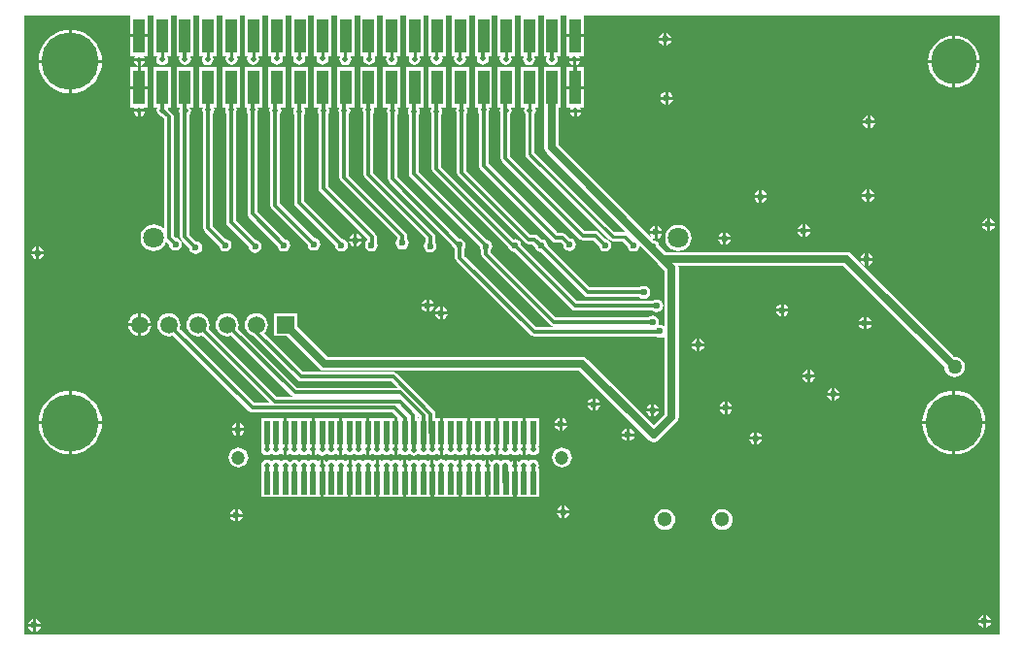
<source format=gbl>
%FSTAX24Y24*%
%MOMM*%
%SFA1B1*%

%IPPOS*%
%ADD16R,0.499999X1.999996*%
%ADD17R,0.999998X2.999994*%
%ADD18C,0.309999*%
%ADD19C,0.250000*%
%ADD20C,0.699999*%
%ADD21C,0.499999*%
%ADD22C,0.299999*%
%ADD23C,1.799996*%
%ADD24C,1.299997*%
%ADD25R,1.499997X1.499997*%
%ADD26C,1.499997*%
%ADD27C,0.799998*%
%ADD28C,1.199998*%
%ADD29C,4.999990*%
%ADD30C,3.999992*%
%ADD31C,0.599999*%
%ADD32C,0.509999*%
%ADD33C,1.269997*%
%LNio-testing-mezzanine-1*%
%LPD*%
G36*
X949999Y099999D02*
X099999D01*
Y639999*
X192499*
Y623799*
X207499*
Y639999*
X212499*
Y604999*
X216099*
X215399Y603899*
X214999Y601899*
X215399Y599899*
X216499Y598199*
X218199Y597099*
X220199Y596699*
X222199Y597099*
X223899Y598199*
X224999Y599899*
X225399Y601899*
X224999Y603899*
X224299Y604999*
X227499*
Y639999*
X232499*
Y604999*
X235599*
X235199Y604399*
X234799Y602399*
X235199Y600399*
X236299Y598699*
X237999Y597599*
X239999Y597199*
X241999Y597599*
X243699Y598699*
X244799Y600399*
X245199Y602399*
X244799Y604399*
X244399Y604999*
X247499*
Y639999*
X252499*
Y604999*
X255399*
X254899Y604199*
X254499Y602199*
X254899Y600199*
X255999Y598499*
X257699Y597399*
X259699Y596999*
X261699Y597399*
X263399Y598499*
X264499Y600199*
X264899Y602199*
X264499Y604199*
X263999Y604999*
X267499*
Y639999*
X272499*
Y604999*
X276199*
X275799Y604399*
X275399Y602399*
X275799Y600399*
X276899Y598699*
X278599Y597599*
X280599Y597199*
X282599Y597599*
X284299Y598699*
X285399Y600399*
X285799Y602399*
X285399Y604399*
X284999Y604999*
X287499*
Y639999*
X292499*
Y604999*
X294999*
X294599Y604399*
X294199Y602399*
X294599Y600399*
X295699Y598699*
X297399Y597599*
X299399Y597199*
X301399Y597599*
X303099Y598699*
X304199Y600399*
X304599Y602399*
X304199Y604399*
X303799Y604999*
X307499*
Y639999*
X312499*
Y604999*
X315599*
X315299Y604599*
X314899Y602599*
X315299Y600599*
X316399Y598899*
X318099Y597799*
X320099Y597399*
X322099Y597799*
X323799Y598899*
X324899Y600599*
X325299Y602599*
X324899Y604599*
X324599Y604999*
X327499*
Y639999*
X332499*
Y604999*
X334999*
X334699Y604599*
X334299Y602599*
X334699Y600599*
X335799Y598899*
X337499Y597799*
X339499Y597399*
X341499Y597799*
X343199Y598899*
X344299Y600599*
X344699Y602599*
X344299Y604599*
X343999Y604999*
X347499*
Y639999*
X352499*
Y604999*
X355299*
X354999Y604599*
X354599Y602599*
X354999Y600599*
X356099Y598899*
X357799Y597799*
X359799Y597399*
X361799Y597799*
X363499Y598899*
X364599Y600599*
X364999Y602599*
X364599Y604599*
X364299Y604999*
X367499*
Y639999*
X372499*
Y604999*
X375399*
X374899Y604199*
X374499Y602199*
X374899Y600199*
X375999Y598499*
X377699Y597399*
X379699Y596999*
X381699Y597399*
X383399Y598499*
X384499Y600199*
X384899Y602199*
X384499Y604199*
X383999Y604999*
X387499*
Y639999*
X392499*
Y604999*
X395999*
X395599Y604399*
X395199Y602399*
X395599Y600399*
X396699Y598699*
X398399Y597599*
X400399Y597199*
X402399Y597599*
X404099Y598699*
X405199Y600399*
X405599Y602399*
X405199Y604399*
X404799Y604999*
X407499*
Y639999*
X412499*
Y604999*
X415899*
X415399Y604199*
X414999Y602199*
X415399Y600199*
X416499Y598499*
X418199Y597399*
X420199Y596999*
X422199Y597399*
X423899Y598499*
X424999Y600199*
X425399Y602199*
X424999Y604199*
X424499Y604999*
X427499*
Y639999*
X432499*
Y604999*
X435699*
X435299Y604399*
X434899Y602399*
X435299Y600399*
X436399Y598699*
X438099Y597599*
X440099Y597199*
X442099Y597599*
X443799Y598699*
X444899Y600399*
X445299Y602399*
X444899Y604399*
X4445Y604999*
X447499*
Y639999*
X452499*
Y604999*
X454799*
X454499Y604599*
X454099Y602599*
X454499Y600599*
X455599Y598899*
X457299Y597799*
X459299Y597399*
X461299Y597799*
X462999Y598899*
X464099Y600599*
X464499Y602599*
X464099Y604599*
X463799Y604999*
X467499*
Y639999*
X472499*
Y604999*
X475199*
X474799Y604399*
X474399Y602399*
X474799Y600399*
X475899Y598699*
X477599Y597599*
X479599Y597199*
X481599Y597599*
X483299Y598699*
X484399Y600399*
X484799Y602399*
X484399Y604399*
X483999Y604999*
X487499*
Y639999*
X492499*
Y604999*
X494999*
X494699Y604599*
X494299Y602599*
X494699Y600599*
X495799Y598899*
X497499Y597799*
X499499Y597399*
X501499Y597799*
X503199Y598899*
X504299Y600599*
X504699Y602599*
X504299Y604599*
X503999Y604999*
X507499*
Y639999*
X512499*
Y604999*
X515099*
X514699Y604399*
X514299Y602399*
X514699Y600399*
X515799Y598699*
X517499Y597599*
X519499Y597199*
X521499Y597599*
X523199Y598699*
X524299Y600399*
X524699Y602399*
X524299Y604399*
X523899Y604999*
X527499*
Y639999*
X532499*
Y604999*
X535499*
X534999Y604199*
X534599Y602199*
X534999Y600199*
X536099Y598499*
X537799Y597399*
X539799Y596999*
X541799Y597399*
X543499Y598499*
X544599Y600199*
X544999Y602199*
X544599Y604199*
X544099Y604999*
X547499*
Y639999*
X552499*
Y604999*
X555299*
X554799Y604199*
X554399Y602199*
X554799Y600199*
X555899Y598499*
X557599Y597399*
X559599Y596999*
X561599Y597399*
X563299Y598499*
X564399Y600199*
X564799Y602199*
X564399Y604199*
X563899Y604999*
X567499*
Y639999*
X572499*
Y623799*
X587499*
Y639999*
X949999*
Y099999*
G37*
%LNio-testing-mezzanine-2*%
%LPC*%
G36*
X659699Y625099D02*
Y620999D01*
X663799*
X663599Y621899*
X662399Y623699*
X660599Y624899*
X659699Y625099*
G37*
G36*
X657099D02*
X656199Y624899D01*
X654399Y623699*
X653199Y621899*
X652999Y620999*
X657099*
Y625099*
G37*
G36*
X663799Y618399D02*
X659699D01*
Y614299*
X660599Y614499*
X662399Y615699*
X663599Y617499*
X663799Y618399*
G37*
G36*
X657099D02*
X652999D01*
X653199Y617499*
X654399Y615699*
X656199Y614499*
X657099Y614299*
Y618399*
G37*
G36*
X587499Y621199D02*
X572499D01*
Y604999*
X575199*
X574499Y603999*
X574399Y603299*
X5842*
X584099Y603999*
X583399Y604999*
X587499*
Y621199*
G37*
G36*
X207499D02*
X192499D01*
Y604999*
X196299*
X195299Y603499*
X195199Y602799*
X204999*
X204899Y603499*
X203899Y604999*
X207499*
Y621199*
G37*
G36*
X911299Y622499D02*
Y601299D01*
X932499*
X932199Y604399*
X930899Y608699*
X928799Y612599*
X925999Y615999*
X922599Y618799*
X918699Y620899*
X9144Y622199*
X911299Y622499*
G37*
G36*
X908699D02*
X905599Y622199D01*
X901299Y620899*
X897399Y618799*
X893999Y615999*
X891199Y612599*
X889099Y608699*
X887799Y604399*
X887499Y601299*
X908699*
Y622499*
G37*
G36*
X141299Y627499D02*
Y601299D01*
X167499*
X167299Y604299*
X166299Y608499*
X164599Y612499*
X162299Y616199*
X159499Y619499*
X156199Y6223*
X152499Y624599*
X148499Y626299*
X144299Y627299*
X141299Y627499*
G37*
G36*
X138699D02*
X135699Y627299D01*
X131499Y626299*
X127499Y624599*
X123799Y6223*
X120499Y619499*
X117699Y616199*
X115399Y612499*
X113699Y608499*
X112699Y604299*
X112499Y601299*
X138699*
Y627499*
G37*
G36*
X5842Y600699D02*
X580599D01*
Y597099*
X581299Y597199*
X582999Y598299*
X584099Y599999*
X5842Y600699*
G37*
G36*
X577999D02*
X574399D01*
X574499Y599999*
X575599Y598299*
X577299Y597199*
X577999Y597099*
Y600699*
G37*
G36*
X204999Y600199D02*
X201399D01*
Y596599*
X202099Y596699*
X203799Y597799*
X204899Y599499*
X204999Y600199*
G37*
G36*
X198799D02*
X195199D01*
X195299Y599499*
X196399Y597799*
X198099Y596699*
X198799Y596599*
Y600199*
G37*
G36*
X587499Y594999D02*
X581299D01*
Y578799*
X587499*
Y594999*
G37*
G36*
X578699D02*
X572499D01*
Y578799*
X578699*
Y594999*
G37*
G36*
X207499D02*
X201299D01*
Y578799*
X207499*
Y594999*
G37*
G36*
X198699D02*
X192499D01*
Y578799*
X198699*
Y594999*
G37*
G36*
X932499Y598699D02*
X911299D01*
Y577499*
X9144Y577799*
X918699Y579099*
X922599Y581199*
X925999Y583999*
X928799Y587399*
X930899Y591299*
X932199Y595599*
X932499Y598699*
G37*
G36*
X908699D02*
X887499D01*
X887799Y595599*
X889099Y591299*
X891199Y587399*
X893999Y583999*
X897399Y581199*
X901299Y579099*
X905599Y577799*
X908699Y577499*
Y598699*
G37*
G36*
X167499D02*
X141299D01*
Y572499*
X144299Y572699*
X148499Y573699*
X152499Y575399*
X156199Y577699*
X159499Y580499*
X162299Y583799*
X164599Y587499*
X166299Y591499*
X167299Y595699*
X167499Y598699*
G37*
G36*
X138699D02*
X112499D01*
X112699Y595699*
X113699Y591499*
X115399Y587499*
X117699Y583799*
X120499Y580499*
X123799Y577699*
X127499Y575399*
X131499Y573699*
X135699Y572699*
X138699Y572499*
Y598699*
G37*
G36*
X660999Y573499D02*
Y569399D01*
X665099*
X664899Y570299*
X663699Y572099*
X661899Y573299*
X660999Y573499*
G37*
G36*
X658399D02*
X657499Y573299D01*
X655699Y572099*
X654499Y570299*
X654299Y569399*
X658399*
Y573499*
G37*
G36*
X665099Y566799D02*
X660999D01*
Y562699*
X661899Y562899*
X663699Y564099*
X664899Y565899*
X665099Y566799*
G37*
G36*
X658399D02*
X654299D01*
X654499Y565899*
X655699Y564099*
X657499Y562899*
X658399Y562699*
Y566799*
G37*
G36*
X207499Y576199D02*
X192499D01*
Y559999*
X195799*
X195299Y559299*
X195199Y558599*
X204999*
X204899Y559299*
X204399Y559999*
X207499*
Y576199*
G37*
G36*
X587499D02*
X572499D01*
Y559999*
X576099*
X575499Y559099*
X575399Y558399*
X585199*
X585099Y559099*
X584499Y559999*
X587499*
Y576199*
G37*
G36*
X204999Y555999D02*
X201399D01*
Y552399*
X202099Y552499*
X203799Y553599*
X204899Y555299*
X204999Y555999*
G37*
G36*
X198799D02*
X195199D01*
X195299Y555299*
X196399Y553599*
X198099Y552499*
X198799Y552399*
Y555999*
G37*
G36*
X585199Y555799D02*
X581599D01*
Y552199*
X582299Y552299*
X583999Y553399*
X585099Y555099*
X585199Y555799*
G37*
G36*
X578999D02*
X575399D01*
X575499Y555099*
X576599Y553399*
X578299Y552299*
X578999Y552199*
Y555799*
G37*
G36*
X837199Y552999D02*
Y548899D01*
X841299*
X841099Y549799*
X839899Y551599*
X838099Y552799*
X837199Y552999*
G37*
G36*
X834599D02*
X833699Y552799D01*
X831899Y551599*
X830699Y549799*
X830499Y548899*
X834599*
Y552999*
G37*
G36*
X841299Y546299D02*
X837199D01*
Y542199*
X838099Y542399*
X839899Y543599*
X841099Y545399*
X841299Y546299*
G37*
G36*
X834599D02*
X830499D01*
X830699Y545399*
X831899Y543599*
X833699Y542399*
X834599Y542199*
Y546299*
G37*
G36*
X836599Y488499D02*
Y484399D01*
X840699*
X840499Y485299*
X839299Y487099*
X837499Y488299*
X836599Y488499*
G37*
G36*
X833999D02*
X833099Y488299D01*
X831299Y487099*
X830099Y485299*
X829899Y484399*
X833999*
Y488499*
G37*
G36*
X742899Y487599D02*
Y483499D01*
X746999*
X746799Y484399*
X745599Y486199*
X743799Y487399*
X742899Y487599*
G37*
G36*
X740299D02*
X739399Y487399D01*
X737599Y486199*
X736399Y484399*
X736199Y483499*
X740299*
Y487599*
G37*
G36*
X840699Y481799D02*
X836599D01*
Y477699*
X837499Y477899*
X839299Y479099*
X840499Y480899*
X840699Y481799*
G37*
G36*
X833999D02*
X829899D01*
X830099Y480899*
X831299Y479099*
X833099Y477899*
X833999Y477699*
Y481799*
G37*
G36*
X746999Y480899D02*
X742899D01*
Y476799*
X743799Y476999*
X745599Y478199*
X746799Y479999*
X746999Y480899*
G37*
G36*
X740299D02*
X736199D01*
X736399Y479999*
X737599Y478199*
X739399Y476999*
X740299Y476799*
Y480899*
G37*
G36*
X941499Y463299D02*
Y459199D01*
X945599*
X945399Y460099*
X944199Y461899*
X942399Y463099*
X941499Y463299*
G37*
G36*
X938899D02*
X937999Y463099D01*
X936199Y461899*
X934999Y460099*
X934799Y459199*
X938899*
Y463299*
G37*
G36*
X780599Y457999D02*
Y453899D01*
X784699*
X784499Y454799*
X783299Y456599*
X781499Y457799*
X780599Y457999*
G37*
G36*
X777999D02*
X777099Y457799D01*
X775299Y456599*
X774099Y454799*
X773899Y453899*
X777999*
Y457999*
G37*
G36*
X227499Y594999D02*
X212499D01*
Y559999*
X2159*
X215599Y559499*
X215199Y557499*
X215599Y555499*
X216699Y553799*
X218399Y552699*
X219499Y552499*
X221599Y550399*
Y453599*
X220899Y454499*
X218499Y456399*
X215699Y457499*
X212699Y457899*
X209699Y457499*
X206899Y456399*
X204499Y454499*
X202599Y452099*
X201499Y449299*
X201099Y446299*
X201499Y443299*
X202599Y440499*
X204499Y438099*
X206899Y436199*
X209699Y435099*
X212699Y434699*
X215699Y435099*
X218499Y436199*
X220899Y438099*
X222799Y440499*
X223699Y442799*
X225999Y440499*
X226399Y438599*
X227599Y436799*
X229399Y435599*
X231599Y435199*
X233799Y435599*
X235599Y436799*
X236799Y438599*
X237199Y440799*
X236799Y442999*
X235599Y444799*
X233799Y445999*
X231899Y446399*
X229999Y448299*
Y552099*
X229599Y553699*
X228699Y555099*
X225399Y558399*
X225199Y559499*
X224899Y559999*
X227499*
Y594999*
G37*
G36*
X945599Y456599D02*
X941499D01*
Y452499*
X942399Y452699*
X944199Y453899*
X945399Y455699*
X945599Y456599*
G37*
G36*
X938899D02*
X934799D01*
X934999Y455699*
X936199Y453899*
X937999Y452699*
X938899Y452499*
Y456599*
G37*
G36*
X651599Y456499D02*
Y452399D01*
X655699*
X655499Y453299*
X654299Y455099*
X652499Y456299*
X651599Y456499*
G37*
G36*
X648999D02*
X648099Y456299D01*
X646299Y455099*
X645099Y453299*
X644899Y452399*
X648999*
Y456499*
G37*
G36*
X567499Y594999D02*
X552499D01*
Y559999*
X553299*
Y524799*
X553799Y522399*
X555099Y520399*
X624899Y450699*
X623399Y450999*
X614199*
X544399Y520799*
Y553799*
X545399Y555299*
X545799Y557299*
X545399Y559299*
X544899Y559999*
X547499*
Y594999*
X532499*
Y559999*
X536299*
X535799Y559299*
X535399Y557299*
X535799Y555299*
X536599Y554099*
Y519199*
X536899Y517699*
X537799Y516499*
X609899Y444399*
X611099Y443499*
X612599Y443199*
X621799*
X625099Y439899*
Y439799*
X625499Y437599*
X626699Y435799*
X628499Y434599*
X630699Y434199*
X632899Y434599*
X634699Y435799*
X635899Y437599*
X636299Y439299*
X652099Y423399*
X657899Y417699*
Y368699*
X656099Y369899*
X653899Y370299*
X651999Y369999*
X652499Y370699*
X652899Y372899*
X652499Y375099*
X651299Y376899*
X649499Y378099*
X647299Y378499*
X645099Y378099*
X643599Y377099*
X563199*
X506399Y433899*
Y435099*
X507399Y436599*
X507799Y438799*
X507399Y440999*
X506199Y442799*
X504399Y443999*
X502999Y444299*
X443399Y503899*
Y553699*
X444099Y554799*
X4445Y556799*
X444099Y5588*
X443399Y559899*
Y559999*
X447499*
Y594999*
X432499*
Y559999*
X434999*
Y559599*
X434499Y5588*
X434099Y556799*
X434499Y554799*
X434999Y553999*
Y502199*
X435299Y500899*
Y500599*
X436299Y499299*
X496599Y438899*
Y438799*
X496999Y436599*
X497999Y435099*
Y432199*
X498299Y430899*
Y430599*
X499299Y429299*
X558599Y369999*
X559899Y368999*
X560199*
X561499Y368699*
X643599*
X643799Y368599*
X545699*
X483699Y430599*
Y437199*
X484199Y437999*
X484599Y440199*
X484199Y442399*
X482999Y444199*
X481199Y445399*
X478999Y445799*
X478699*
X425199Y499299*
Y553799*
X425899Y554899*
X426299Y556899*
X425899Y558899*
X425199Y559999*
X427499*
Y594999*
X412499*
Y559999*
X416799*
Y559699*
X416299Y558899*
X415899Y556899*
X416299Y554899*
X416799Y554099*
Y497599*
X417099Y496299*
Y495999*
X418099Y494699*
X473599Y439099*
X473799Y437999*
X474999Y436199*
X475299Y435999*
Y428899*
X475599Y427599*
Y427299*
X476599Y425999*
X541099Y361499*
X541999Y360799*
X542399Y360499*
X543999Y360199*
X650599*
X651699Y359499*
X653899Y359099*
X656099Y359499*
X657899Y360699*
Y292399*
X648299Y282799*
X590499Y340699*
X588499Y341999*
X586099Y342499*
X364299*
X337599Y369099*
Y380399*
X317599*
Y360399*
X328899*
X357299Y331899*
X359299Y330599*
X361699Y330099*
X583499*
X643899Y269699*
X645899Y268399*
X648299Y267899*
X650699Y268399*
X652699Y269699*
X668399Y285499*
X669699Y287499*
X670199Y289799*
Y420299*
X669899Y421599*
X813899*
X901799Y333799*
X9017Y333599*
X901999Y331299*
X902899Y329099*
X904399Y327299*
X906199Y325799*
X908399Y324899*
X910699Y324599*
X912999Y324899*
X915199Y325799*
X916999Y327299*
X918499Y329099*
X919399Y331299*
X919699Y333599*
X919399Y335899*
X918499Y338099*
X916999Y339899*
X915199Y341399*
X912999Y342299*
X910699Y342599*
X910499Y342499*
X820899Y432199*
X818899Y433499*
X816499Y433999*
X659099*
X652999Y439999*
X652799Y440999*
X651599Y442799*
X649799Y443999*
X648799Y444199*
X565699Y527399*
Y559999*
X567499*
Y594999*
G37*
G36*
X784699Y451299D02*
X780599D01*
Y447199*
X781499Y447399*
X783299Y448599*
X784499Y450399*
X784699Y451299*
G37*
G36*
X777999D02*
X773899D01*
X774099Y450399*
X775299Y448599*
X777099Y447399*
X777999Y447199*
Y451299*
G37*
G36*
X711399Y451099D02*
Y446999D01*
X715499*
X715299Y447899*
X714099Y449699*
X712299Y450899*
X711399Y451099*
G37*
G36*
X708799D02*
X707899Y450899D01*
X706099Y449699*
X704899Y447899*
X704699Y446999*
X708799*
Y451099*
G37*
G36*
X655699Y449799D02*
X651599D01*
Y445699*
X652499Y445899*
X654299Y447099*
X655499Y448899*
X655699Y449799*
G37*
G36*
X648999D02*
X644899D01*
X645099Y448899*
X646299Y447099*
X648099Y445899*
X648999Y445699*
Y449799*
G37*
G36*
X389799Y449599D02*
Y445499D01*
X393899*
X3937Y446399*
X392499Y448199*
X390699Y449399*
X389799Y449599*
G37*
G36*
X387199D02*
X386299Y449399D01*
X384499Y448199*
X383299Y446399*
X383099Y445499*
X387199*
Y449599*
G37*
G36*
X715499Y444399D02*
X711399D01*
Y440299*
X712299Y440499*
X714099Y441699*
X715299Y443499*
X715499Y444399*
G37*
G36*
X708799D02*
X704699D01*
X704899Y443499*
X706099Y441699*
X707899Y440499*
X708799Y440299*
Y444399*
G37*
G36*
X393899Y442899D02*
X389799D01*
Y438799*
X390699Y438999*
X392499Y440199*
X3937Y441999*
X393899Y442899*
G37*
G36*
X387199D02*
X383099D01*
X383299Y441999*
X384499Y440199*
X386299Y438999*
X387199Y438799*
Y442899*
G37*
G36*
X387499Y594999D02*
X372499D01*
Y559999*
X374499*
X373999Y559299*
X373599Y557299*
X373999Y555299*
X374499Y554499*
Y498799*
X374799Y497499*
Y497199*
X375799Y495899*
X424999Y446599*
Y445399*
X423999Y443899*
X423599Y441699*
X423999Y439499*
X425199Y437699*
X426999Y436499*
X429199Y436099*
X431399Y436499*
X433199Y437699*
X434399Y439499*
X434799Y441699*
X434399Y443899*
X433399Y445399*
Y448299*
X433099Y449899*
X432099Y451199*
X382899Y500499*
Y554199*
X383599Y555299*
X383999Y557299*
X383599Y559299*
X383099Y559999*
X387499*
Y594999*
G37*
G36*
X327499D02*
X312499D01*
Y559999*
X314199*
X313899Y559499*
X313499Y557499*
X313899Y555499*
X314399Y554699*
Y474299*
X314699Y472999*
Y472699*
X315699Y471399*
X346799Y440199*
X347199Y438299*
X348399Y436499*
X350199Y435299*
X352399Y434899*
X354599Y435299*
X356399Y436499*
X357599Y438299*
X357999Y440499*
X357599Y442699*
X356399Y4445*
X354599Y445699*
X352699Y446099*
X322799Y475999*
Y554399*
X323499Y555499*
X323899Y557499*
X323499Y559499*
X323199Y559999*
X327499*
Y594999*
G37*
G36*
X507499D02*
X492499D01*
Y559999*
X495399*
X4953Y559899*
X494899Y557899*
X4953Y555899*
X495799Y555099*
Y509399*
X496099Y508099*
Y507799*
X497099Y506499*
X560299Y443299*
X561599Y442299*
X561899*
X563199Y441999*
X567399*
X569399Y439999*
X569799Y438099*
X570999Y436299*
X572799Y435099*
X574999Y434699*
X577199Y435099*
X578999Y436299*
X580199Y438099*
X580599Y440299*
X580199Y442499*
X578999Y444299*
X577199Y445499*
X575299Y445899*
X571999Y449099*
X570699Y450099*
X570399*
X569099Y450399*
X564899*
X504199Y511099*
Y554799*
X504899Y555899*
X505299Y557899*
X504899Y559899*
X504799Y559999*
X507499*
Y594999*
G37*
G36*
X669899Y457699D02*
X666899Y457299D01*
X664099Y456199*
X661699Y454299*
X659799Y451899*
X658699Y449099*
X658299Y446099*
X658699Y443099*
X659799Y440299*
X661699Y437899*
X664099Y435999*
X666899Y434899*
X669899Y434499*
X672899Y434899*
X675699Y435999*
X678099Y437899*
X679999Y440299*
X681099Y443099*
X681499Y446099*
X681099Y449099*
X679999Y451899*
X678099Y454299*
X675699Y456199*
X672899Y457299*
X669899Y457699*
G37*
G36*
X112799Y438499D02*
Y434399D01*
X116899*
X116699Y435299*
X115499Y437099*
X113699Y438299*
X112799Y438499*
G37*
G36*
X110199D02*
X109299Y438299D01*
X107499Y437099*
X106299Y435299*
X106099Y434399*
X110199*
Y438499*
G37*
G36*
X527499Y594999D02*
X512499D01*
Y559999*
X515199*
X514699Y559299*
X514299Y557299*
X514699Y555299*
X515199Y554499*
Y515599*
X515499Y514299*
Y513999*
X516499Y512699*
X583699Y445499*
X584599Y444799*
X584999Y4445*
X586599Y444199*
X595699*
X600399Y439499*
X600799Y437599*
X601999Y435799*
X603799Y434599*
X605999Y434199*
X608199Y434599*
X609999Y435799*
X611199Y437599*
X611599Y439799*
X611199Y441999*
X609999Y443799*
X608199Y444999*
X606299Y445399*
X600299Y451299*
X598999Y452299*
X598699*
X597399Y452599*
X588299*
X523599Y517299*
Y554199*
X524299Y555299*
X524699Y557299*
X524299Y559299*
X523799Y559999*
X527499*
Y594999*
G37*
G36*
X367499D02*
X352499D01*
Y559999*
X356299*
X355799Y559299*
X355399Y557299*
X355799Y555299*
X356299Y554499*
Y489499*
X356599Y488199*
Y487899*
X357599Y486599*
X398599Y445499*
Y443999*
X398299Y443799*
X397099Y441999*
X396699Y439799*
X397099Y437599*
X398299Y435799*
X400099Y434599*
X402299Y434199*
X404499Y434599*
X406299Y435799*
X407499Y437599*
X407899Y439799*
X407499Y441999*
X406999Y442799*
Y447199*
X406699Y448799*
X405699Y450099*
X364699Y491199*
Y554199*
X365399Y555299*
X365799Y557299*
X365399Y559299*
X364899Y559999*
X367499*
Y594999*
G37*
G36*
X347499D02*
X332499D01*
Y559999*
X335299*
Y559399*
X334799Y558599*
X334399Y556599*
X334799Y554599*
X335299Y553799*
Y476699*
X335599Y475399*
Y475099*
X336599Y473799*
X370699Y439599*
X371099Y437599*
X372299Y435799*
X374099Y434599*
X376299Y434199*
X378499Y434599*
X380299Y435799*
X381499Y437599*
X381899Y439799*
X381499Y441999*
X380299Y443799*
X378499Y444999*
X376699Y445399*
X343699Y478399*
Y553499*
X344399Y554599*
X344799Y556599*
X344399Y558599*
X343699Y559699*
Y559999*
X347499*
Y594999*
G37*
G36*
X307499D02*
X292499D01*
Y559999*
X293899*
X293799Y559899*
X293399Y557899*
X293799Y555899*
X294299Y555099*
Y467299*
X294599Y465999*
Y465699*
X295599Y464399*
X320399Y439499*
X320799Y437599*
X321999Y435799*
X323799Y434599*
X325999Y434199*
X328199Y434599*
X329999Y435799*
X331199Y437599*
X331599Y439799*
X331199Y441999*
X329999Y443799*
X328199Y444999*
X326299Y445399*
X302699Y468999*
Y554799*
X303399Y555899*
X303799Y557899*
X303399Y559899*
X303299Y559999*
X307499*
Y594999*
G37*
G36*
X267499D02*
X252499D01*
Y559999*
X255699*
X255499Y559699*
X255099Y557699*
X255499Y555699*
X255999Y554899*
Y454599*
X256299Y453299*
Y452999*
X257299Y451699*
X269399Y439499*
X269799Y437599*
X270999Y435799*
X272799Y434599*
X274999Y434199*
X277199Y434599*
X278999Y435799*
X280199Y437599*
X280599Y439799*
X280199Y441999*
X278999Y443799*
X277199Y444999*
X275299Y445399*
X264399Y456299*
Y554599*
X265099Y555699*
X265499Y557699*
X265099Y559699*
X264899Y559999*
X267499*
Y594999*
G37*
G36*
X407499D02*
X392499D01*
Y559999*
X395299*
X395099Y559699*
X394699Y557699*
X395099Y555699*
X395599Y554899*
Y501499*
X395899Y500199*
Y499899*
X396899Y498599*
X449999Y445399*
Y443299*
X449699Y443099*
X448499Y441299*
X448099Y439099*
X448499Y436899*
X449699Y435099*
X451499Y433899*
X453699Y433499*
X455899Y433899*
X457699Y435099*
X458899Y436899*
X459299Y439099*
X458899Y441299*
X458399Y442099*
Y447099*
X458099Y448699*
X457099Y449999*
X403999Y503199*
Y554599*
X404699Y555699*
X405099Y557699*
X404699Y559699*
X404499Y559999*
X407499*
Y594999*
G37*
G36*
X287499D02*
X272499D01*
Y559999*
X275299*
X275199Y559899*
X274799Y557899*
X275199Y555899*
X275699Y555099*
Y459899*
X275999Y458599*
Y458299*
X276999Y456999*
X295399Y438499*
X295799Y436599*
X296999Y434799*
X298799Y433599*
X300999Y433199*
X303199Y433599*
X304999Y434799*
X306199Y436599*
X306599Y438799*
X306199Y440999*
X304999Y442799*
X303199Y443999*
X301299Y444399*
X284099Y461599*
Y554799*
X284799Y555899*
X285199Y557899*
X284799Y559899*
X284699Y559999*
X287499*
Y594999*
G37*
G36*
X247499D02*
X232499D01*
Y559999*
X235799*
Y559699*
X235299Y558899*
X234899Y556899*
X235299Y554899*
X235799Y554099*
Y446999*
X236099Y445699*
Y445399*
X237099Y444099*
X243699Y437399*
X244099Y435499*
X245299Y433699*
X247099Y432499*
X249299Y432099*
X251499Y432499*
X253299Y433699*
X254499Y435499*
X254899Y437699*
X254499Y439899*
X253299Y441699*
X251499Y442899*
X249599Y443299*
X244199Y448699*
Y553799*
X244899Y554899*
X245299Y556899*
X244899Y558899*
X244199Y559999*
X247499*
Y594999*
G37*
G36*
X835299Y432799D02*
Y428699D01*
X839399*
X839199Y429599*
X837999Y431399*
X836199Y432599*
X835299Y432799*
G37*
G36*
X832699D02*
X831799Y432599D01*
X829999Y431399*
X828799Y429599*
X828599Y428699*
X832699*
Y432799*
G37*
G36*
X116899Y4318D02*
X112799D01*
Y427699*
X113699Y427899*
X115499Y429099*
X116699Y430899*
X116899Y4318*
G37*
G36*
X110199D02*
X106099D01*
X106299Y430899*
X107499Y429099*
X109299Y427899*
X110199Y427699*
Y4318*
G37*
G36*
X839399Y426099D02*
X835299D01*
Y421999*
X836199Y422199*
X837999Y423399*
X839199Y425199*
X839399Y426099*
G37*
G36*
X832699D02*
X828599D01*
X828799Y425199*
X829999Y423399*
X831799Y422199*
X832699Y421999*
Y426099*
G37*
G36*
X487499Y594999D02*
X472499D01*
Y559999*
X476899*
X476399Y559299*
X475999Y557299*
X476399Y555299*
X476899Y554499*
Y503299*
X477199Y501999*
Y501699*
X478199Y500399*
X536499Y442099*
X537399Y441399*
X537799Y441099*
X539399Y440799*
X543099*
X544799Y439099*
X545199Y437199*
X546399Y435399*
X548199Y434199*
X550099Y433799*
X588299Y395699*
X589599Y394699*
X589899*
X591199Y394399*
X636199*
X637699Y393399*
X639899Y392999*
X642099Y393399*
X643899Y394599*
X645099Y396399*
X645499Y398599*
X645099Y400799*
X643899Y402599*
X642099Y403799*
X639899Y404199*
X637699Y403799*
X636199Y402799*
X592899*
X555999Y439699*
X555599Y441599*
X554399Y443399*
X552599Y444599*
X550699Y444999*
X547699Y447899*
X546399Y448899*
X5461*
X544799Y449199*
X541099*
X485299Y504999*
Y554199*
X485999Y555299*
X486399Y557299*
X485999Y559299*
X485499Y559999*
X487499*
Y594999*
G37*
G36*
X452799Y392499D02*
Y388399D01*
X456899*
X456699Y389299*
X455499Y391099*
X453699Y392299*
X452799Y392499*
G37*
G36*
X450199D02*
X449299Y392299D01*
X447499Y391099*
X446299Y389299*
X446099Y388399*
X450199*
Y392499*
G37*
G36*
X761699Y388499D02*
Y384399D01*
X765799*
X765599Y385299*
X764399Y387099*
X762599Y388299*
X761699Y388499*
G37*
G36*
X759099D02*
X758199Y388299D01*
X756399Y387099*
X755199Y385299*
X754999Y384399*
X759099*
Y388499*
G37*
G36*
X464599Y386099D02*
Y381999D01*
X468699*
X468499Y382899*
X467299Y384699*
X465499Y385899*
X464599Y386099*
G37*
G36*
X461999D02*
X461099Y385899D01*
X459299Y384699*
X458099Y382899*
X457899Y381999*
X461999*
Y386099*
G37*
G36*
X456899Y385799D02*
X452799D01*
Y381699*
X453699Y381899*
X455499Y383099*
X456699Y384899*
X456899Y385799*
G37*
G36*
X450199D02*
X446099D01*
X446299Y384899*
X447499Y383099*
X449299Y381899*
X450199Y381699*
Y385799*
G37*
G36*
X467499Y594999D02*
X452499D01*
Y559999*
X454799*
Y559599*
X454299Y5588*
X453899Y556799*
X454299Y554799*
X454799Y553999*
Y506399*
X455099Y505099*
Y504799*
X456099Y503499*
X522099Y437399*
X523299Y435599*
X525099Y434399*
X526999Y433999*
X577099Y383999*
X578399Y382999*
X578699*
X579999Y382699*
X647299*
X648799Y381699*
X650999Y381299*
X653199Y381699*
X654999Y382899*
X656199Y384699*
X656599Y386899*
X656199Y389099*
X654999Y390899*
X653199Y392099*
X650999Y392499*
X648799Y392099*
X647299Y391099*
X581699*
X532899Y439899*
X532499Y441799*
X531299Y443599*
X529499Y444799*
X527299Y445199*
X526299Y444999*
X463199Y508099*
Y553699*
X463899Y554799*
X464299Y556799*
X463899Y5588*
X463299Y559699*
Y559999*
X467499*
Y594999*
G37*
G36*
X765799Y381799D02*
X761699D01*
Y377699*
X762599Y377899*
X764399Y379099*
X765599Y380899*
X765799Y381799*
G37*
G36*
X759099D02*
X754999D01*
X755199Y380899*
X756399Y379099*
X758199Y377899*
X759099Y377699*
Y381799*
G37*
G36*
X468699Y379399D02*
X464599D01*
Y375299*
X465499Y375499*
X467299Y376699*
X468499Y378499*
X468699Y379399*
G37*
G36*
X461999D02*
X457899D01*
X458099Y378499*
X459299Y376699*
X461099Y375499*
X461999Y375299*
Y379399*
G37*
G36*
X833999Y377199D02*
Y373099D01*
X838099*
X837899Y373999*
X836699Y375799*
X834899Y376999*
X833999Y377199*
G37*
G36*
X831399D02*
X830499Y376999D01*
X828699Y375799*
X827499Y373999*
X827299Y373099*
X831399*
Y377199*
G37*
G36*
X201899Y380399D02*
Y371699D01*
X210599*
X210399Y372999*
X209399Y375499*
X207799Y377599*
X205699Y379199*
X2032Y380199*
X201899Y380399*
G37*
G36*
X199299D02*
X197999Y380199D01*
X195499Y379199*
X193399Y377599*
X191799Y375499*
X190799Y372999*
X190599Y371699*
X199299*
Y380399*
G37*
G36*
X838099Y370499D02*
X833999D01*
Y366399*
X834899Y366599*
X836699Y367799*
X837899Y369599*
X838099Y370499*
G37*
G36*
X831399D02*
X827299D01*
X827499Y369599*
X828699Y367799*
X830499Y366599*
X831399Y366399*
Y370499*
G37*
G36*
X210599Y369099D02*
X201899D01*
Y360399*
X2032Y360599*
X205699Y361599*
X207799Y363199*
X209399Y365299*
X210399Y367799*
X210599Y369099*
G37*
G36*
X199299D02*
X190599D01*
X190799Y367799*
X191799Y365299*
X193399Y363199*
X195499Y361599*
X197999Y360599*
X199299Y360399*
Y369099*
G37*
G36*
X688399Y358399D02*
Y354299D01*
X692499*
X692299Y355199*
X691099Y356999*
X689299Y358199*
X688399Y358399*
G37*
G36*
X6858D02*
X684899Y358199D01*
X683099Y356999*
X681899Y355199*
X681699Y354299*
X6858*
Y358399*
G37*
G36*
X692499Y351699D02*
X688399D01*
Y347599*
X689299Y347799*
X691099Y348999*
X692299Y350799*
X692499Y351699*
G37*
G36*
X6858D02*
X681699D01*
X681899Y350799*
X683099Y348999*
X684899Y347799*
X6858Y347599*
Y351699*
G37*
G36*
X784699Y330999D02*
Y326899D01*
X788799*
X788599Y327799*
X7874Y329599*
X785599Y330799*
X784699Y330999*
G37*
G36*
X782099D02*
X781199Y330799D01*
X779399Y329599*
X778199Y327799*
X777999Y326899*
X782099*
Y330999*
G37*
G36*
X788799Y324299D02*
X784699D01*
Y320199*
X785599Y320399*
X7874Y321599*
X788599Y323399*
X788799Y324299*
G37*
G36*
X782099D02*
X777999D01*
X778199Y323399*
X779399Y321599*
X781199Y320399*
X782099Y320199*
Y324299*
G37*
G36*
X302199Y380499D02*
X299599Y380199D01*
X297099Y379199*
X294999Y377599*
X293399Y375499*
X292399Y372999*
X2921Y370399*
X292399Y367799*
X293399Y365299*
X294999Y363199*
X297099Y361599*
X299399Y360699*
X337899Y322199*
X339199Y321299*
X340799Y320999*
X419799*
X425299Y315499*
X337499*
X286199Y366799*
X286599Y367799*
X286899Y370399*
X286599Y372999*
X285599Y375499*
X283999Y377599*
X281899Y379199*
X2794Y380199*
X276799Y380499*
X274199Y380199*
X271699Y379199*
X269599Y377599*
X267999Y375499*
X266999Y372999*
X2667Y370399*
X266999Y367799*
X267999Y365299*
X269599Y363199*
X271699Y361599*
X274199Y360599*
X276799Y360299*
X2794Y360599*
X280399Y360999*
X332899Y308499*
X334199Y307599*
X334399*
X320099*
X260799Y366799*
X261199Y367799*
X261499Y370399*
X261199Y372999*
X260199Y375499*
X258599Y377599*
X256499Y379199*
X254Y380199*
X251399Y380499*
X248799Y380199*
X246299Y379199*
X244199Y377599*
X242599Y375499*
X241599Y372999*
X2413Y370399*
X241599Y367799*
X242599Y365299*
X244199Y363199*
X246299Y361599*
X248799Y360599*
X251399Y360299*
X254Y360599*
X254999Y360999*
X313999Y301999*
X300199*
X235399Y366799*
X235799Y367799*
X236099Y370399*
X235799Y372999*
X234799Y375499*
X233199Y377599*
X231099Y379199*
X2286Y380199*
X225999Y380499*
X223399Y380199*
X220899Y379199*
X218799Y377599*
X217199Y375499*
X216199Y372999*
X2159Y370399*
X216199Y367799*
X217199Y365299*
X218799Y363199*
X220899Y361599*
X223399Y360599*
X225999Y360299*
X2286Y360599*
X229599Y360999*
X295599Y294999*
X296899Y294099*
X298499Y293799*
X420999*
X425699Y288999*
X424799*
Y276499*
X422199*
Y288999*
X400799*
Y276499*
X398199*
Y288999*
X376799*
Y276499*
X374199*
Y288999*
X352799*
Y276499*
X350199*
Y288999*
X328799*
Y276499*
X326199*
Y288999*
X306499*
Y263999*
X306899*
X306599Y263499*
X306199Y261499*
X306599Y259499*
X307699Y257799*
X309399Y256699*
X311399Y256299*
X313399Y256699*
X315099Y257799*
X315399Y258299*
X315599Y257899*
X317299Y256799*
X319299Y256399*
X321299Y256799*
X322999Y257899*
X323499Y258699*
X323899Y257899*
X325599Y256799*
X326299Y256699*
Y261599*
X328899*
Y256699*
X329599Y256799*
X331299Y257899*
X331499Y258299*
X331799Y257799*
X333499Y256699*
X335499Y256299*
X337499Y256699*
X339199Y257799*
X339599Y258399*
X339899Y257799*
X341599Y256699*
X343599Y256299*
X345599Y256699*
X347299Y257799*
X347499Y258199*
X347799Y257699*
X349499Y256599*
X350199Y256499*
Y261399*
X352799*
Y256499*
X353499Y256599*
X355199Y257699*
X355499Y258199*
X355799Y257699*
X357499Y256599*
X359499Y256199*
X361499Y256599*
X363199Y257699*
X363599Y258399*
X363799Y257999*
X365499Y256899*
X367499Y256499*
X369499Y256899*
X371199Y257999*
X371499Y258499*
X371799Y257999*
X373499Y256899*
X374199Y256799*
Y261699*
X376799*
Y256799*
X377499Y256899*
X379199Y257999*
X379399Y258399*
X379799Y257799*
X381499Y256699*
X383499Y256299*
X385499Y256699*
X387199Y257799*
X387499Y258299*
X387799Y257799*
X389499Y256699*
X391499Y256299*
X393499Y256699*
X395199Y257799*
X395599Y258499*
X395899Y257899*
X397599Y256799*
X398299Y256699*
Y261599*
X400899*
Y256699*
X401599Y256799*
X403299Y257899*
X403499Y258299*
X403799Y257799*
X405499Y256699*
X407499Y256299*
X409499Y256699*
X411199Y257799*
X411599Y258499*
X411999Y257899*
X413699Y256799*
X415699Y256399*
X417699Y256799*
X419399Y257899*
X419499Y258199*
X419699Y257799*
X421399Y256699*
X422099Y256599*
Y261499*
X424699*
Y256599*
X425399Y256699*
X427099Y257799*
X427399Y258399*
X427799Y257799*
X429499Y256699*
X431499Y256299*
X433499Y256699*
X435199Y257799*
X435399Y258199*
X435799Y257599*
X437499Y256499*
X439499Y256099*
X441499Y256499*
X443199Y257599*
X443599Y258199*
X443799Y257799*
X445499Y256699*
X447499Y256299*
X449499Y256699*
X451199Y257799*
X451499Y258299*
X451799Y257799*
X453499Y256699*
X455499Y256299*
X457499Y256699*
X459199Y257799*
X459499Y258399*
X459799Y257899*
X461499Y256799*
X462199Y256699*
Y261599*
X464799*
Y256699*
X465499Y256799*
X467199Y257899*
X467499Y258399*
X467799Y257799*
X469499Y256699*
X471499Y256299*
X473499Y256699*
X475199Y257799*
X475599Y258399*
X475899Y257799*
X477599Y256699*
X479599Y256299*
X481599Y256699*
X483299Y257799*
X483499Y258199*
X483799Y257699*
X485499Y256599*
X486199Y256499*
Y261399*
X488799*
Y256499*
X489499Y256599*
X491199Y257699*
X491499Y258299*
X491799Y257799*
X493499Y256699*
X495499Y256299*
X497499Y256699*
X499199Y257799*
X499399Y258299*
X499699Y257799*
X501399Y256699*
X503399Y256299*
X505399Y256699*
X507099Y257799*
X507399Y258399*
X507799Y257699*
X509499Y256599*
X510199Y256499*
Y261399*
X512799*
Y256499*
X513499Y256599*
X515199Y257699*
X515499Y258199*
X515699Y257799*
X517399Y256699*
X519399Y256299*
X521399Y256699*
X523099Y257799*
X523499Y258499*
X523899Y257899*
X525599Y256799*
X527599Y256399*
X529599Y256799*
X531299Y257899*
X531499Y258299*
X531799Y257799*
X533499Y256699*
X534199Y256599*
Y261499*
X536799*
Y256599*
X537499Y256699*
X539199Y257799*
X539599Y258499*
X539899Y257899*
X541599Y256799*
X543599Y256399*
X545599Y256799*
X547299Y257899*
X548399Y259599*
X548799Y261599*
X548399Y263599*
X548099Y263999*
X548499*
Y288999*
X536799*
Y276499*
X534199*
Y288999*
X512799*
Y276499*
X510199*
Y288999*
X488799*
Y276499*
X486199*
Y288999*
X464799*
Y276499*
X462199*
Y288999*
X458199*
Y292599*
X457799Y294199*
X456999Y295499*
X424399Y327999*
X423099Y328899*
X421499Y329199*
X342499*
X308899Y362899*
X309399Y363199*
X310999Y365299*
X311999Y367799*
X312299Y370399*
X311999Y372999*
X310999Y375499*
X309399Y377599*
X307299Y379199*
X3048Y380199*
X302199Y380499*
G37*
G36*
X806199Y315199D02*
Y311099D01*
X810299*
X810099Y311999*
X808899Y313799*
X807099Y314999*
X806199Y315199*
G37*
G36*
X803599D02*
X802699Y314999D01*
X800899Y313799*
X799699Y311999*
X799499Y311099*
X803599*
Y315199*
G37*
G36*
X810299Y308499D02*
X806199D01*
Y304399*
X807099Y304599*
X808899Y305799*
X810099Y307599*
X810299Y308499*
G37*
G36*
X803599D02*
X799499D01*
X799699Y307599*
X800899Y305799*
X802699Y304599*
X803599Y304399*
Y308499*
G37*
G36*
X597499Y306399D02*
Y302299D01*
X601599*
X601399Y303199*
X600199Y304999*
X598399Y306199*
X597499Y306399*
G37*
G36*
X594899D02*
X593999Y306199D01*
X592199Y304999*
X590999Y303199*
X590799Y302299*
X594899*
Y306399*
G37*
G36*
X712599Y303199D02*
Y299099D01*
X716699*
X716499Y299999*
X715299Y301799*
X713499Y302999*
X712599Y303199*
G37*
G36*
X709999D02*
X709099Y302999D01*
X707299Y301799*
X706099Y299999*
X705899Y299099*
X709999*
Y303199*
G37*
G36*
X648799Y301299D02*
Y297199D01*
X652899*
X652699Y298099*
X651499Y299899*
X649699Y301099*
X648799Y301299*
G37*
G36*
X646199D02*
X645299Y301099D01*
X643499Y299899*
X642299Y298099*
X642099Y297199*
X646199*
Y301299*
G37*
G36*
X601599Y299699D02*
X597499D01*
Y295599*
X598399Y295799*
X600199Y296999*
X601399Y298799*
X601599Y299699*
G37*
G36*
X594899D02*
X590799D01*
X590999Y298799*
X592199Y296999*
X593999Y295799*
X594899Y295599*
Y299699*
G37*
G36*
X716699Y296499D02*
X712599D01*
Y292399*
X713499Y292599*
X715299Y293799*
X716499Y295599*
X716699Y296499*
G37*
G36*
X709999D02*
X705899D01*
X706099Y295599*
X707299Y293799*
X709099Y292599*
X709999Y292399*
Y296499*
G37*
G36*
X652899Y294599D02*
X648799D01*
Y290499*
X649699Y290699*
X651499Y291899*
X652699Y293699*
X652899Y294599*
G37*
G36*
X646199D02*
X642099D01*
X642299Y293699*
X643499Y291899*
X645299Y290699*
X646199Y290499*
Y294599*
G37*
G36*
X911299Y312499D02*
Y286299D01*
X937499*
X937299Y289299*
X936299Y293499*
X934599Y297499*
X932299Y301199*
X929499Y304499*
X926199Y307299*
X922499Y309599*
X918499Y311299*
X914299Y312299*
X911299Y312499*
G37*
G36*
X908699D02*
X905699Y312299D01*
X901499Y311299*
X897499Y309599*
X893799Y307299*
X890499Y304499*
X887699Y301199*
X885399Y297499*
X883699Y293499*
X882699Y289299*
X882499Y286299*
X908699*
Y312499*
G37*
G36*
X141299D02*
Y286299D01*
X167499*
X167299Y289299*
X166299Y293499*
X164599Y297499*
X162299Y301199*
X159499Y304499*
X156199Y307299*
X152499Y309599*
X148499Y311299*
X144299Y312299*
X141299Y312499*
G37*
G36*
X138699D02*
X135699Y312299D01*
X131499Y311299*
X127499Y309599*
X123799Y307299*
X120499Y304499*
X117699Y301199*
X115399Y297499*
X113699Y293499*
X112699Y289299*
X112499Y286299*
X138699*
Y312499*
G37*
G36*
X568799Y288999D02*
Y284899D01*
X572899*
X572699Y285799*
X5715Y287599*
X569699Y288799*
X568799Y288999*
G37*
G36*
X566199D02*
X565299Y288799D01*
X563499Y287599*
X562299Y285799*
X562099Y284899*
X566199*
Y288999*
G37*
G36*
X287499Y284399D02*
Y280299D01*
X291599*
X291399Y281199*
X290199Y282999*
X288399Y284199*
X287499Y284399*
G37*
G36*
X284899D02*
X283999Y284199D01*
X282199Y282999*
X280999Y281199*
X280799Y280299*
X284899*
Y284399*
G37*
G36*
X572899Y282299D02*
X568799D01*
Y278199*
X569699Y278399*
X5715Y279599*
X572699Y281399*
X572899Y282299*
G37*
G36*
X566199D02*
X562099D01*
X562299Y281399*
X563499Y279599*
X565299Y278399*
X566199Y278199*
Y282299*
G37*
G36*
X627299Y279799D02*
Y275699D01*
X631399*
X631199Y276599*
X629999Y278399*
X628099Y279599*
X627299Y279799*
G37*
G36*
X624699D02*
X623799Y279599D01*
X621999Y278399*
X620799Y276599*
X620599Y275699*
X624699*
Y279799*
G37*
G36*
X291599Y277699D02*
X287499D01*
Y273599*
X288399Y273799*
X290199Y274999*
X291399Y276799*
X291599Y277699*
G37*
G36*
X284899D02*
X280799D01*
X280999Y276799*
X282199Y274999*
X283999Y273799*
X284899Y273599*
Y277699*
G37*
G36*
X738599Y276699D02*
Y272599D01*
X742699*
X742499Y273399*
X741299Y275299*
X739499Y276499*
X738599Y276699*
G37*
G36*
X735999D02*
X735099Y276499D01*
X733299Y275299*
X732099Y273399*
X731899Y272599*
X735999*
Y276699*
G37*
G36*
X631399Y273099D02*
X627299D01*
Y268999*
X628099Y269199*
X629999Y270399*
X631199Y272199*
X631399Y273099*
G37*
G36*
X624699D02*
X620599D01*
X620799Y272199*
X621999Y270399*
X623799Y269199*
X624699Y268999*
Y273099*
G37*
G36*
X742699Y269999D02*
X738599D01*
Y265899*
X739499Y266099*
X741299Y267299*
X742499Y269099*
X742699Y269999*
G37*
G36*
X735999D02*
X731899D01*
X732099Y269099*
X733299Y267299*
X735099Y266099*
X735999Y265899*
Y269999*
G37*
G36*
X937499Y283699D02*
X911299D01*
Y257499*
X914299Y257699*
X918499Y258699*
X922499Y260399*
X926199Y262699*
X929499Y265499*
X932299Y268799*
X934599Y272499*
X936299Y276499*
X937299Y280699*
X937499Y283699*
G37*
G36*
X908699D02*
X882499D01*
X882699Y280699*
X883699Y276499*
X885399Y272499*
X887699Y268799*
X890499Y265499*
X893799Y262699*
X897499Y260399*
X901499Y258699*
X905699Y257699*
X908699Y257499*
Y283699*
G37*
G36*
X167499D02*
X141299D01*
Y257499*
X144299Y257699*
X148499Y258699*
X152499Y260399*
X156199Y262699*
X159499Y265499*
X162299Y268799*
X164599Y272499*
X166299Y276499*
X167299Y280699*
X167499Y283699*
G37*
G36*
X138699D02*
X112499D01*
X112699Y280699*
X113699Y276499*
X115399Y272499*
X117699Y268799*
X120499Y265499*
X123799Y262699*
X127499Y260399*
X131499Y258699*
X135699Y257699*
X138699Y257499*
Y283699*
G37*
G36*
X463499Y252899D02*
X461499Y252499D01*
X459799Y251399*
X459399Y250699*
X459099Y251299*
X457399Y252399*
X456699Y252499*
Y247599*
X454099*
Y252499*
X453399Y252399*
X451699Y251299*
X451399Y250799*
X451199Y251199*
X449499Y252299*
X447499Y252699*
X445499Y252299*
X443799Y251199*
X443599Y250799*
X443299Y251299*
X441599Y252399*
X439599Y252799*
X437599Y252399*
X435899Y251299*
X435599Y250699*
X435299Y251199*
X433599Y252299*
X432899Y252399*
Y247499*
X430299*
Y252399*
X429599Y252299*
X427899Y251199*
X427599Y250599*
X427199Y251199*
X425499Y252299*
X423499Y252699*
X421499Y252299*
X419799Y251199*
X419499Y250699*
X419199Y251299*
X417499Y252399*
X415499Y252799*
X413499Y252399*
X411799Y251299*
X411499Y250699*
X411199Y251199*
X409499Y252299*
X408799Y252399*
Y247499*
X406199*
Y252399*
X405499Y252299*
X403799Y251199*
X403499Y250599*
X403099Y251199*
X401399Y252299*
X399399Y252699*
X397399Y252299*
X395699Y251199*
X395299Y250599*
X395099Y250999*
X393399Y252099*
X391399Y252499*
X389399Y252099*
X387699Y250999*
X387599Y250799*
X387399Y251199*
X385699Y252299*
X384999Y252399*
Y247499*
X382399*
Y252399*
X381699Y252299*
X379999Y251199*
X379699Y250599*
X379299Y251199*
X377599Y252299*
X375599Y252699*
X373599Y252299*
X371899Y251199*
X371599Y250699*
X371299Y251199*
X369599Y252299*
X367599Y252699*
X365599Y252299*
X363899Y251199*
X363499Y250499*
X363199Y251099*
X361499Y252199*
X360799Y252299*
Y247399*
X358199*
Y252299*
X357499Y252199*
X355799Y251099*
X3556Y250699*
X355299Y251299*
X353599Y252399*
X351599Y252799*
X349599Y252399*
X347899Y251299*
X347599Y250799*
X347399Y251199*
X345699Y252299*
X343699Y252699*
X341699Y252299*
X339999Y251199*
X339599Y250499*
X339299Y251099*
X337599Y252199*
X335599Y252599*
X333599Y252199*
X331899Y251099*
X331499Y250499*
X331199Y251099*
X329499Y252199*
X327499Y252599*
X325499Y252199*
X323799Y251099*
X323599Y250699*
X323299Y251199*
X321599Y252299*
X319599Y252699*
X317599Y252299*
X315899Y251199*
X315599Y250599*
X315199Y251199*
X313499Y252299*
X311499Y252699*
X309499Y252299*
X307799Y251199*
X306699Y249499*
X306299Y247499*
X306699Y245499*
X306999Y244999*
X306499*
Y219999*
X358199*
Y232499*
X360799*
Y219999*
X382199*
Y232499*
X384799*
Y219999*
X406199*
Y232499*
X408799*
Y219999*
X430199*
Y232499*
X432799*
Y219999*
X454199*
Y232499*
X456799*
Y219999*
X478199*
Y232499*
X480799*
Y219999*
X502199*
Y232499*
X504799*
Y219999*
X526199*
Y232499*
X528799*
Y219999*
X548499*
Y244999*
X547799*
X548099Y245499*
X548499Y247499*
X548099Y249499*
X546999Y251199*
X545299Y252299*
X543299Y252699*
X541299Y252299*
X539599Y251199*
X539399Y250799*
X539199Y251199*
X537499Y252299*
X535499Y252699*
X533499Y252299*
X531799Y251199*
X531499Y250599*
X531199Y251099*
X529499Y252199*
X528799Y252299*
Y247399*
X526199*
Y252299*
X525499Y252199*
X523799Y251099*
X523499Y250599*
X523099Y251299*
X521399Y252399*
X519399Y252799*
X517399Y252399*
X515699Y251299*
X515399Y250799*
X515099Y251299*
X513399Y252399*
X511399Y252799*
X509399Y252399*
X507699Y251299*
X507299Y250599*
X507099Y250999*
X505399Y252099*
X504699Y252199*
Y247299*
X502099*
Y252199*
X501399Y252099*
X499699Y250999*
X499499Y250599*
X499199Y251199*
X497499Y252299*
X495499Y252699*
X493499Y252299*
X491799Y251199*
X491499Y250599*
X491099Y251199*
X489399Y252299*
X487399Y252699*
X485399Y252299*
X483699Y251199*
X483499Y250699*
X483199Y251199*
X481499Y252299*
X480799Y252399*
Y247499*
X478199*
Y252399*
X477499Y252299*
X475799Y251199*
X475499Y250599*
X475099Y251299*
X473399Y252399*
X471399Y252799*
X469399Y252399*
X467699Y251299*
X467499Y250899*
X467199Y251399*
X465499Y252499*
X463499Y252899*
G37*
G36*
X568499Y263099D02*
X566299Y262799D01*
X564199Y261999*
X562399Y260599*
X560999Y258799*
X560199Y256699*
X559899Y254499*
X560199Y252299*
X560999Y250199*
X562399Y248399*
X564199Y246999*
X566299Y246199*
X568499Y245899*
X570699Y246199*
X572799Y246999*
X574599Y248399*
X575999Y250199*
X576799Y252299*
X577099Y254499*
X576799Y256699*
X575999Y258799*
X574599Y260599*
X572799Y261999*
X570699Y262799*
X568499Y263099*
G37*
G36*
X286499D02*
X284299Y262799D01*
X282199Y261999*
X280399Y260599*
X278999Y258799*
X278199Y256699*
X277899Y254499*
X278199Y252299*
X278999Y250199*
X280399Y248399*
X282199Y246999*
X284299Y246199*
X286499Y245899*
X288699Y246199*
X290799Y246999*
X292599Y248399*
X293999Y250199*
X294799Y252299*
X295099Y254499*
X294799Y256699*
X293999Y258799*
X292599Y260599*
X290799Y261999*
X288699Y262799*
X286499Y263099*
G37*
G36*
X570899Y212499D02*
Y208399D01*
X574999*
X574799Y209299*
X573599Y211099*
X571799Y212299*
X570899Y212499*
G37*
G36*
X568299D02*
X567399Y212299D01*
X565599Y211099*
X564399Y209299*
X564199Y208399*
X568299*
Y212499*
G37*
G36*
X285999Y209499D02*
Y205399D01*
X290099*
X289899Y206299*
X288699Y208099*
X286899Y209299*
X285999Y209499*
G37*
G36*
X283399D02*
X282499Y209299D01*
X280699Y208099*
X279499Y206299*
X279299Y205399*
X283399*
Y209499*
G37*
G36*
X574999Y205799D02*
X570899D01*
Y201699*
X571799Y201899*
X573599Y203099*
X574799Y204899*
X574999Y205799*
G37*
G36*
X568299D02*
X564199D01*
X564399Y204899*
X565599Y203099*
X567399Y201899*
X568299Y201699*
Y205799*
G37*
G36*
X290099Y202799D02*
X285999D01*
Y198699*
X286899Y198899*
X288699Y200099*
X289899Y201899*
X290099Y202799*
G37*
G36*
X283399D02*
X279299D01*
X279499Y201899*
X280699Y200099*
X282499Y198899*
X283399Y198699*
Y202799*
G37*
G36*
X707999Y209599D02*
X705599Y209299D01*
X703399Y208399*
X701599Y206899*
X700099Y205099*
X699199Y202899*
X698899Y200499*
X699199Y198099*
X700099Y195899*
X701599Y194099*
X703399Y192599*
X705599Y191699*
X707999Y191399*
X710399Y191699*
X712599Y192599*
X714399Y194099*
X715899Y195899*
X716799Y198099*
X717099Y200499*
X716799Y202899*
X715899Y205099*
X714399Y206899*
X712599Y208399*
X710399Y209299*
X707999Y209599*
G37*
G36*
X657999D02*
X655599Y209299D01*
X653399Y208399*
X651599Y206899*
X650099Y205099*
X649199Y202899*
X648899Y200499*
X649199Y198099*
X650099Y195899*
X651599Y194099*
X653399Y192599*
X655599Y191699*
X657999Y191399*
X6604Y191699*
X662599Y192599*
X664399Y194099*
X665899Y195899*
X666799Y198099*
X667099Y200499*
X666799Y202899*
X665899Y205099*
X664399Y206899*
X662599Y208399*
X6604Y209299*
X657999Y209599*
G37*
G36*
X937999Y117099D02*
Y112999D01*
X942099*
X941999Y113899*
X940699Y115699*
X938899Y116899*
X937999Y117099*
G37*
G36*
X935499D02*
X934599Y116899D01*
X932799Y115699*
X931499Y113899*
X931399Y112999*
X935499*
Y117099*
G37*
G36*
X110099Y113499D02*
Y109399D01*
X114199*
X113999Y110299*
X112799Y112099*
X110999Y113299*
X110099Y113499*
G37*
G36*
X107499D02*
X106599Y113299D01*
X104799Y112099*
X103599Y110299*
X103399Y109399*
X107499*
Y113499*
G37*
G36*
X942099Y110399D02*
X937999D01*
Y106299*
X938899Y106499*
X940699Y107699*
X941999Y109499*
X942099Y110399*
G37*
G36*
X935499D02*
X931399D01*
X931499Y109499*
X932799Y107699*
X934599Y106499*
X935499Y106299*
Y110399*
G37*
G36*
X114199Y106799D02*
X110099D01*
Y102699*
X110999Y102899*
X112799Y104099*
X113999Y105899*
X114199Y106799*
G37*
G36*
X107499D02*
X103399D01*
X103599Y105899*
X104799Y104099*
X106599Y102899*
X107499Y102699*
Y106799*
G37*
%LNio-testing-mezzanine-3*%
%LPD*%
G36*
X443399Y289399D02*
Y288999D01*
X443199*
Y289599*
X443399Y289399*
G37*
G54D16*
X543499Y276499D03*
X535499D03*
X527499D03*
X519499D03*
X511499D03*
X503499D03*
X495499D03*
X487499D03*
X479499D03*
X471499D03*
X463499D03*
X455499D03*
X447499D03*
X439499D03*
X431499D03*
X423499D03*
X415499D03*
X407499D03*
X399499D03*
X391499D03*
X383499D03*
X375499D03*
X367499D03*
X359499D03*
X351499D03*
X343499D03*
X335499D03*
X327499D03*
X319499D03*
X311499Y232499D03*
X543499D03*
X535499D03*
X527499D03*
X519499D03*
X511499D03*
X503499D03*
X495499D03*
X487499D03*
X479499D03*
X471499D03*
X463499D03*
X455499D03*
X447499D03*
X439499D03*
X431499D03*
X423499D03*
X415499D03*
X407499D03*
X399499D03*
X391499D03*
X383499D03*
X375499D03*
X367499D03*
X359499D03*
X351499D03*
X343499D03*
X335499D03*
X327499D03*
X319499D03*
X311499Y276499D03*
G54D17*
X579999Y577499D03*
Y622499D03*
X559999Y577499D03*
Y622499D03*
X539999Y577499D03*
Y622499D03*
X519999Y577499D03*
Y622499D03*
X499999Y577499D03*
Y622499D03*
X479999Y577499D03*
Y622499D03*
X459999Y577499D03*
Y622499D03*
X439999Y577499D03*
Y622499D03*
X419999Y577499D03*
Y622499D03*
X399999Y577499D03*
Y622499D03*
X379999Y577499D03*
Y622499D03*
X359999Y577499D03*
Y622499D03*
X339999Y577499D03*
Y622499D03*
X319999Y577499D03*
Y622499D03*
X299999Y577499D03*
Y622499D03*
X279999Y577499D03*
Y622499D03*
X259999Y577499D03*
Y622499D03*
X239999Y577499D03*
Y622499D03*
X219999Y577499D03*
Y622499D03*
X199999Y577499D03*
Y622499D03*
G54D18*
X519399Y261499D02*
Y276399D01*
X527599Y261599D02*
Y276399D01*
X543599Y261599D02*
Y276399D01*
X543299Y232699D02*
Y247499D01*
X535499Y232499D02*
Y247499D01*
X519399Y515599D02*
Y569299D01*
X499999Y509399D02*
Y569899D01*
X481099Y503299D02*
Y569299D01*
X458999Y506399D02*
Y568799D01*
X439199Y502199D02*
Y568799D01*
X420999Y497599D02*
Y568899D01*
X399799Y501499D02*
Y569699D01*
X378699Y498799D02*
Y569299D01*
X360499Y489499D02*
Y569299D01*
X339499Y476699D02*
Y568599D01*
X318599Y474299D02*
Y569499D01*
X298499Y467299D02*
Y569899D01*
X279899Y459899D02*
Y569899D01*
X260199Y454599D02*
Y569699D01*
X239999Y446999D02*
Y568899D01*
X311499Y232499D02*
Y247499D01*
X319599Y232599D02*
Y247499D01*
X327499Y232499D02*
Y247399D01*
X335599Y232599D02*
Y247399D01*
X343699Y232699D02*
Y247499D01*
X351599Y232599D02*
Y247599D01*
X367599Y232599D02*
Y247499D01*
X375599Y232599D02*
Y247499D01*
X391399Y232599D02*
Y247299D01*
X399399Y232599D02*
Y247499D01*
X415499Y232499D02*
Y247599D01*
X423499Y232499D02*
Y247499D01*
X439599Y232599D02*
Y247599D01*
X447499Y232499D02*
Y247499D01*
X463499Y234799D02*
Y247699D01*
X471399Y235599D02*
Y247599D01*
X487399Y232599D02*
Y247499D01*
X495499Y232499D02*
Y247499D01*
X503399Y261499D02*
Y276399D01*
X495499Y261499D02*
Y276499D01*
X479599Y261499D02*
Y276399D01*
X471499Y261499D02*
Y276499D01*
X455499Y261499D02*
Y276499D01*
X447499Y261499D02*
Y276499D01*
X439499Y261299D02*
Y276499D01*
X415699Y261599D02*
Y276299D01*
X407499Y261499D02*
Y276499D01*
X391499Y261499D02*
Y276499D01*
X383499Y261499D02*
Y276499D01*
X367499Y261699D02*
Y276499D01*
X359499Y261399D02*
Y276499D01*
X343599Y261499D02*
Y276399D01*
X335499Y261499D02*
Y276499D01*
X319299Y261599D02*
Y276299D01*
X311399Y261499D02*
Y276399D01*
X591199Y398599D02*
X639899D01*
X550399Y439399D02*
X591199Y398599D01*
X579999Y386899D02*
X650999D01*
X458999Y506399D02*
X526499Y438799D01*
X527299Y439599D02*
X579999Y386899D01*
X502199Y432199D02*
X561499Y372899D01*
X647299*
X543999Y364399D02*
X653599D01*
X653899Y364699*
X479499Y428899D02*
X543999Y364399D01*
X279899Y459899D02*
X300999Y438799D01*
X298499Y467299D02*
X325999Y439799D01*
X318599Y474299D02*
X352399Y440499D01*
X544799Y444999D02*
X550399Y439399D01*
X539399Y444999D02*
X544799D01*
X481099Y503299D02*
X539399Y444999D01*
X569099Y446199D02*
X574999Y440299D01*
X563199Y446199D02*
X569099D01*
X499999Y509399D02*
X563199Y446199D01*
X597399Y448399D02*
X605999Y439799D01*
X586599Y448399D02*
X597399D01*
X519399Y515599D02*
X586599Y448399D01*
X439199Y502199D02*
X502599Y438799D01*
X502199Y432199D02*
Y438799D01*
X502599*
X420999Y497599D02*
X479499Y439099D01*
X454199D02*
Y447099D01*
X402799Y439799D02*
Y447199D01*
X339499Y476699D02*
X376799Y439399D01*
X225799Y446599D02*
X231599Y440799D01*
X239999Y446999D02*
X249299Y437699D01*
X260199Y454599D02*
X274999Y439799D01*
X378699Y498799D02*
X429199Y448299D01*
Y441699D02*
Y448299D01*
X220399Y557499D02*
Y577099D01*
X225799Y446599D02*
Y552099D01*
X220399Y557499D02*
X225799Y552099D01*
X559599Y602199D02*
Y620399D01*
X539799Y602199D02*
Y620599D01*
X499499Y602599D02*
Y620299D01*
X239999Y602399D02*
Y620799D01*
X325999Y439799D02*
Y440799D01*
X360499Y489499D02*
X402799Y447199D01*
X399799Y501499D02*
X454199Y447099D01*
X479499Y428899D02*
Y439099D01*
X481199Y557299D02*
Y572399D01*
X459099Y556799D02*
Y570299D01*
G54D19*
X535499Y261499D02*
Y276499D01*
X527499Y232499D02*
Y247399D01*
X540499Y519199D02*
Y569299D01*
X359499Y232499D02*
Y247399D01*
X383699Y232699D02*
Y247499D01*
X407499Y232499D02*
Y247499D01*
X431599Y232599D02*
Y247499D01*
X455399Y232599D02*
Y247599D01*
X479499Y232499D02*
Y247499D01*
X503399Y232599D02*
Y247299D01*
X511499Y261399D02*
Y276499D01*
X487499Y261399D02*
Y276499D01*
X463499Y261599D02*
Y276499D01*
X423399Y261499D02*
Y276399D01*
X399599Y261599D02*
Y270699D01*
X375499Y261699D02*
Y276499D01*
X351499Y261399D02*
Y276499D01*
X327599Y261599D02*
Y276399D01*
X623399Y447099D02*
X630699Y439799D01*
X612599Y447099D02*
X623399D01*
X540499Y519199D02*
X612599Y447099D01*
X519499Y602399D02*
Y620299D01*
X479599Y602399D02*
Y620399D01*
X459299Y602599D02*
Y620099D01*
X440099Y602399D02*
Y620899D01*
X420199Y602199D02*
Y620999D01*
X400399Y602399D02*
Y621199D01*
X379699Y602199D02*
Y620499D01*
X359799Y602599D02*
Y620599D01*
X339499Y602599D02*
Y620299D01*
X320099Y602599D02*
Y620899D01*
X299399Y602399D02*
Y620199D01*
X280599Y602399D02*
Y621399D01*
X259699Y602199D02*
Y620499D01*
X220199Y601899D02*
Y620999D01*
G54D20*
X559499Y524799D02*
Y569299D01*
X586099Y336299D02*
X648299Y274099D01*
X361699Y336299D02*
X586099D01*
X327599Y370399D02*
X361699Y336299D01*
X559499Y524799D02*
X656499Y427799D01*
X816499*
X910699Y333599*
X656499Y427799D02*
X663999Y420299D01*
Y289799D02*
Y420299D01*
X648299Y274099D02*
X663999Y289799D01*
G54D21*
X519399Y232599D02*
Y247599D01*
X511399Y232599D02*
Y247599D01*
G54D22*
X453999Y276499D02*
Y292599D01*
X438999Y276499D02*
Y291599D01*
X431499Y261499D02*
Y276499D01*
Y289099D01*
X422699Y297899D02*
X431499Y289099D01*
X298499Y297899D02*
X422699D01*
X225999Y370399D02*
X298499Y297899D01*
X438999Y276499D02*
X439499D01*
X427199Y303399D02*
X438999Y291599D01*
X318399Y303399D02*
X427199D01*
X251399Y370399D02*
X318399Y303399D01*
X447499Y276499D02*
Y291099D01*
X427199Y311399D02*
X447499Y291099D01*
X335799Y311399D02*
X427199D01*
X276799Y370399D02*
X335799Y311399D01*
X453999Y276499D02*
X455499D01*
X421499Y325099D02*
X453999Y292599D01*
X340799Y325099D02*
X421499D01*
X302199Y363699D02*
X340799Y325099D01*
X302199Y363699D02*
Y370399D01*
G54D23*
X212699Y446299D03*
X669899Y446099D03*
G54D24*
X707999Y200499D03*
X657999D03*
G54D25*
X327599Y370399D03*
G54D26*
X302199Y370399D03*
X276799D03*
X251399D03*
X225999D03*
X200599D03*
G54D27*
X286499Y254499D03*
X568499D03*
G54D28*
X568499Y254499D03*
X286499D03*
G54D29*
X139999Y599999D03*
X909999Y284999D03*
X139999D03*
G54D30*
X909999Y599999D03*
G54D31*
X710099Y445699D03*
X741599Y482199D03*
X779299Y452599D03*
X760399Y383099D03*
X639899Y398599D03*
X650999Y386899D03*
X647299Y372899D03*
X653899Y364699D03*
X550399Y439399D03*
X527299Y439599D03*
X502199Y438799D03*
X231599Y440799D03*
X429199Y441699D03*
X249299Y437699D03*
X274999Y439799D03*
X300999Y438799D03*
X325999Y439799D03*
X352399Y440499D03*
X376299Y439799D03*
X402299D03*
X453699Y439099D03*
X478999Y440199D03*
X574999Y440299D03*
X605999Y439799D03*
X630699D03*
X647599Y438799D03*
X648299Y274099D03*
X108799Y108099D03*
X936699Y111699D03*
X111499Y433099D03*
X940199Y457899D03*
X833999Y427399D03*
X835299Y483099D03*
X835899Y547599D03*
X832699Y371799D03*
X783399Y325599D03*
X711299Y297799D03*
X737299Y271299D03*
X804899Y309799D03*
X647499Y295899D03*
X625999Y274399D03*
X596199Y300999D03*
X286199Y278999D03*
X284699Y204099D03*
X569599Y207099D03*
X567499Y283599D03*
X451499Y387099D03*
X463299Y380699D03*
X388499Y444199D03*
X658399Y619699D03*
X659699Y568099D03*
X650299Y451099D03*
X687099Y352999D03*
G54D32*
X240099Y556899D03*
X220399Y557499D03*
X298599Y557899D03*
X220199Y601899D03*
X239999Y602399D03*
X200099Y557299D03*
Y601499D03*
X259699Y602199D03*
X280599Y602399D03*
X299399D03*
X320099Y602599D03*
X339499D03*
X359799D03*
X379699Y602199D03*
X400399Y602399D03*
X420199Y602199D03*
X440099Y602399D03*
X459299Y602599D03*
X479599Y602399D03*
X499499Y602599D03*
X519499Y602399D03*
X539799Y602199D03*
X559599D03*
X579299Y601999D03*
X580299Y557099D03*
X559599Y557299D03*
X540599D03*
X519499D03*
X500099Y557899D03*
X481199Y557299D03*
X459099Y556799D03*
X439299D03*
X421099Y556899D03*
X399899Y557699D03*
X378799Y557299D03*
X360599D03*
X339599Y556599D03*
X318699Y557499D03*
X279999Y557899D03*
X260299Y557699D03*
X311399Y261499D03*
X319299Y261599D03*
X327599D03*
X335499Y261499D03*
X343599D03*
X351499Y261399D03*
X359499D03*
X367499Y261699D03*
X375499D03*
X399599Y261599D03*
X407499Y261499D03*
X415699Y261599D03*
X423399Y261499D03*
X431499D03*
X439499Y261299D03*
X447499Y261499D03*
X455499D03*
X463499Y261599D03*
X471499Y261499D03*
X479599D03*
X487499Y261399D03*
X495499Y261499D03*
X503399D03*
X511499Y261399D03*
X519399Y261499D03*
X527599Y261599D03*
X535499Y261499D03*
X543599Y261599D03*
X543299Y247499D03*
X527499Y247399D03*
X519399Y247599D03*
X311499Y247499D03*
X319599D03*
X327499Y247399D03*
X335599D03*
X343699Y247499D03*
X351599Y247599D03*
X359499Y247399D03*
X367599Y247499D03*
X375599D03*
X383699D03*
X391399Y247299D03*
X399399Y247499D03*
X407499D03*
X415499Y247599D03*
X423499Y247499D03*
X431599D03*
X439599Y247599D03*
X447499Y247499D03*
X455399Y247599D03*
X463499Y247699D03*
X471399Y247599D03*
X479499Y247499D03*
X487399D03*
X495499D03*
X503399Y247299D03*
X511399Y247599D03*
X383499Y261499D03*
X391499D03*
X535499Y247499D03*
G54D33*
X910699Y333599D03*
M02*
</source>
